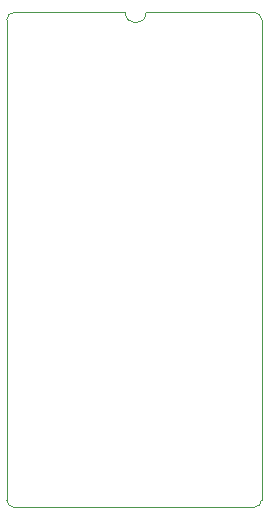
<source format=gbr>
%TF.GenerationSoftware,KiCad,Pcbnew,(5.1.5-0-10_14)*%
%TF.CreationDate,2021-01-31T16:28:13+01:00*%
%TF.ProjectId,C64-Prog-Adapter-LB,4336342d-5072-46f6-972d-416461707465,1.0*%
%TF.SameCoordinates,Original*%
%TF.FileFunction,Paste,Top*%
%TF.FilePolarity,Positive*%
%FSLAX46Y46*%
G04 Gerber Fmt 4.6, Leading zero omitted, Abs format (unit mm)*
G04 Created by KiCad (PCBNEW (5.1.5-0-10_14)) date 2021-01-31 16:28:13*
%MOMM*%
%LPD*%
G04 APERTURE LIST*
%ADD10C,0.050000*%
G04 APERTURE END LIST*
D10*
X124206000Y-38735000D02*
X133350000Y-38735000D01*
X124206000Y-38735000D02*
G75*
G02X122428000Y-38735000I-889000J0D01*
G01*
X133985000Y-80010000D02*
G75*
G02X133350000Y-80645000I-635000J0D01*
G01*
X113030000Y-80645000D02*
G75*
G02X112395000Y-80010000I0J635000D01*
G01*
X112395000Y-39370000D02*
G75*
G02X113030000Y-38735000I635000J0D01*
G01*
X133350000Y-38735000D02*
G75*
G02X133985000Y-39370000I0J-635000D01*
G01*
X112395000Y-80010000D02*
X112395000Y-39370000D01*
X133350000Y-80645000D02*
X113030000Y-80645000D01*
X133985000Y-39370000D02*
X133985000Y-80010000D01*
X113030000Y-38735000D02*
X122428000Y-38735000D01*
M02*

</source>
